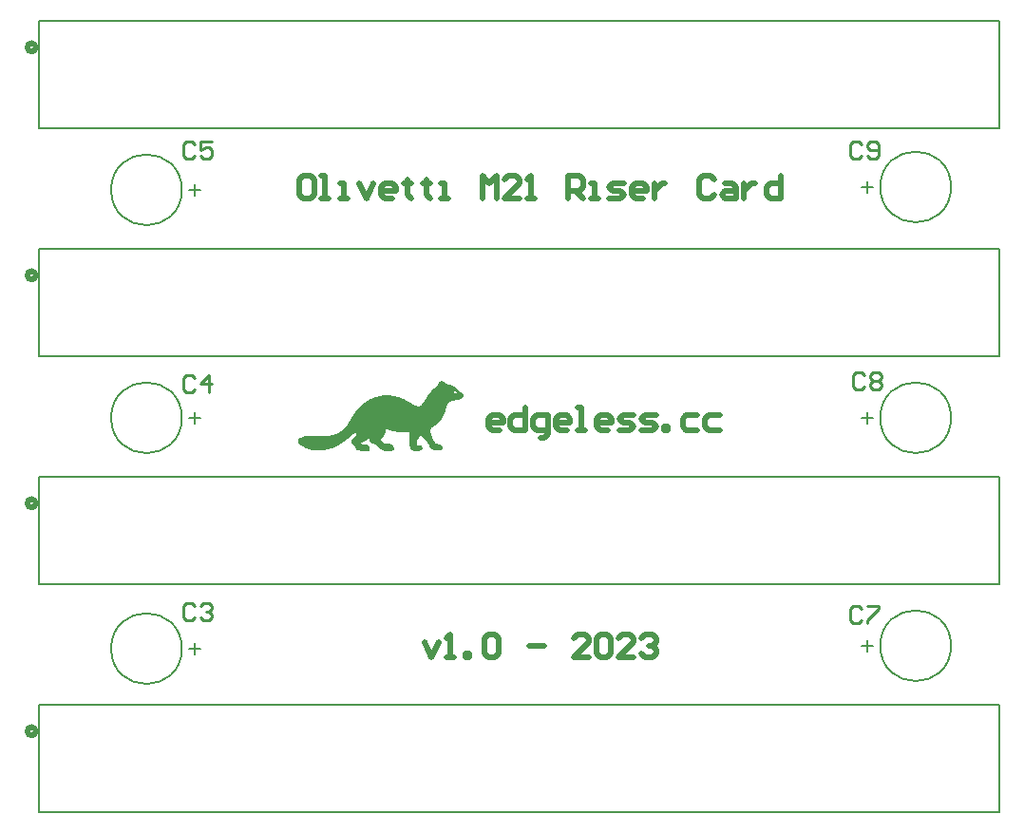
<source format=gto>
G04*
G04 #@! TF.GenerationSoftware,Altium Limited,Altium Designer,22.7.1 (60)*
G04*
G04 Layer_Color=65535*
%FSLAX25Y25*%
%MOIN*%
G70*
G04*
G04 #@! TF.SameCoordinates,DFFA79DD-968F-4C92-B8CD-37D8C3B2A3C2*
G04*
G04*
G04 #@! TF.FilePolarity,Positive*
G04*
G01*
G75*
%ADD10C,0.02000*%
%ADD11C,0.00787*%
%ADD12C,0.00600*%
%ADD13C,0.01968*%
%ADD14C,0.00591*%
%ADD15C,0.01000*%
G36*
X202003Y152748D02*
X202186D01*
Y152687D01*
X202308D01*
Y152626D01*
X202430D01*
Y152565D01*
X202552D01*
Y152504D01*
X202613D01*
Y152443D01*
X202735D01*
Y152382D01*
X202796D01*
Y152321D01*
X202857D01*
Y152260D01*
X202918D01*
Y152199D01*
X203040D01*
Y152138D01*
X203101D01*
Y152077D01*
X203162D01*
Y152016D01*
X203284D01*
Y151955D01*
X203406D01*
Y151894D01*
X203467D01*
Y151833D01*
X203589D01*
Y151772D01*
X203772D01*
Y151711D01*
X203955D01*
Y151650D01*
X204199D01*
Y151589D01*
X204565D01*
Y151528D01*
X204870D01*
Y151467D01*
X205053D01*
Y151406D01*
X205236D01*
Y151345D01*
X205358D01*
Y151284D01*
X205480D01*
Y151223D01*
X205602D01*
Y151162D01*
X205724D01*
Y151101D01*
X205845D01*
Y151040D01*
X205906D01*
Y150979D01*
X206028D01*
Y150918D01*
X206089D01*
Y150857D01*
X206150D01*
Y150796D01*
X206211D01*
Y150735D01*
X206333D01*
Y150674D01*
X206394D01*
Y150613D01*
X206455D01*
Y150552D01*
X206516D01*
Y150491D01*
X206577D01*
Y150430D01*
X206638D01*
Y150369D01*
X206699D01*
Y150308D01*
X206821D01*
Y150247D01*
X206882D01*
Y150186D01*
X206943D01*
Y150125D01*
X207004D01*
Y150064D01*
X207065D01*
Y150003D01*
X207126D01*
Y149942D01*
X207187D01*
Y149881D01*
X207248D01*
Y149820D01*
X207309D01*
Y149759D01*
X207370D01*
Y149698D01*
X207431D01*
Y149637D01*
X207492D01*
Y149576D01*
X207614D01*
Y149515D01*
X207675D01*
Y149454D01*
X207736D01*
Y149393D01*
X207797D01*
Y149332D01*
X207858D01*
Y149271D01*
X207980D01*
Y149210D01*
X208041D01*
Y149149D01*
X208102D01*
Y149088D01*
X208163D01*
Y149027D01*
X208285D01*
Y148966D01*
X208346D01*
Y148905D01*
X208407D01*
Y148844D01*
X208529D01*
Y148783D01*
X208590D01*
Y148722D01*
X208651D01*
Y148661D01*
X208773D01*
Y148600D01*
X208834D01*
Y148539D01*
X208895D01*
Y148478D01*
X208956D01*
Y148417D01*
X209017D01*
Y148356D01*
X209078D01*
Y148295D01*
X209139D01*
Y148173D01*
X209200D01*
Y148112D01*
X209261D01*
Y147625D01*
X209200D01*
Y147442D01*
X209139D01*
Y147320D01*
X209078D01*
Y147259D01*
X209017D01*
Y147198D01*
X208956D01*
Y147076D01*
X208895D01*
Y147015D01*
X208834D01*
Y146954D01*
X208773D01*
Y146893D01*
X208712D01*
Y146832D01*
X208651D01*
Y146771D01*
X208529D01*
Y146710D01*
X208468D01*
Y146649D01*
X208407D01*
Y146588D01*
X208285D01*
Y146527D01*
X208224D01*
Y146466D01*
X208102D01*
Y146405D01*
X207980D01*
Y146344D01*
X207797D01*
Y146283D01*
X207431D01*
Y146222D01*
X206699D01*
Y146161D01*
X206211D01*
Y146100D01*
X205906D01*
Y146039D01*
X205602D01*
Y145978D01*
X205480D01*
Y145917D01*
X205296D01*
Y145856D01*
X205114D01*
Y145795D01*
X204992D01*
Y145734D01*
X204870D01*
Y145673D01*
X204748D01*
Y145612D01*
X204626D01*
Y145551D01*
X204565D01*
Y145490D01*
X204443D01*
Y145429D01*
X204382D01*
Y145368D01*
X204321D01*
Y145307D01*
X204260D01*
Y145246D01*
X204138D01*
Y145185D01*
X204077D01*
Y145124D01*
X204016D01*
Y145002D01*
X203955D01*
Y144941D01*
X203894D01*
Y144880D01*
X203833D01*
Y144758D01*
X203772D01*
Y144697D01*
X203711D01*
Y144636D01*
X203650D01*
Y144514D01*
X203589D01*
Y144392D01*
X203528D01*
Y144270D01*
X203467D01*
Y144148D01*
X203406D01*
Y143965D01*
X203345D01*
Y143782D01*
X203284D01*
Y143599D01*
X203223D01*
Y143355D01*
X203162D01*
Y143112D01*
X203101D01*
Y142929D01*
X203040D01*
Y142684D01*
X202979D01*
Y142441D01*
X202918D01*
Y142197D01*
X202857D01*
Y142075D01*
X202796D01*
Y141892D01*
X202735D01*
Y141709D01*
X202674D01*
Y141587D01*
X202613D01*
Y141404D01*
X202552D01*
Y141221D01*
X202491D01*
Y141099D01*
X202430D01*
Y140977D01*
X202369D01*
Y140855D01*
X202308D01*
Y140733D01*
X202247D01*
Y140611D01*
X202186D01*
Y140489D01*
X202125D01*
Y140367D01*
X202064D01*
Y140245D01*
X202003D01*
Y140184D01*
X201942D01*
Y140062D01*
X201881D01*
Y140001D01*
X201820D01*
Y139879D01*
X201759D01*
Y139757D01*
X201698D01*
Y139696D01*
X201637D01*
Y139574D01*
X201576D01*
Y139513D01*
X201515D01*
Y139391D01*
X201454D01*
Y139330D01*
X201393D01*
Y139269D01*
X201332D01*
Y139208D01*
X201271D01*
Y139086D01*
X201210D01*
Y139025D01*
X201149D01*
Y138964D01*
X201088D01*
Y138903D01*
X201027D01*
Y138781D01*
X200966D01*
Y138720D01*
X200905D01*
Y138659D01*
X200844D01*
Y138598D01*
X200783D01*
Y138537D01*
X200722D01*
Y138476D01*
X200661D01*
Y138415D01*
X200600D01*
Y138354D01*
X200539D01*
Y138293D01*
X200478D01*
Y138232D01*
X200417D01*
Y138171D01*
X200357D01*
Y138110D01*
X200295D01*
Y138049D01*
X200235D01*
Y137988D01*
X200173D01*
Y137927D01*
X200113D01*
Y137866D01*
X200051D01*
Y137805D01*
X199929D01*
Y137744D01*
X199869D01*
Y137683D01*
X199808D01*
Y137622D01*
X199747D01*
Y137562D01*
X199625D01*
Y137501D01*
X199564D01*
Y137440D01*
X199503D01*
Y137379D01*
X199381D01*
Y137318D01*
X199320D01*
Y137257D01*
X199259D01*
Y137196D01*
X199137D01*
Y137135D01*
X199076D01*
Y137074D01*
X198954D01*
Y137013D01*
X198893D01*
Y136952D01*
X198771D01*
Y136891D01*
X198649D01*
Y136830D01*
X198588D01*
Y136769D01*
X198466D01*
Y136708D01*
X198405D01*
Y136647D01*
X198283D01*
Y136586D01*
X198222D01*
Y136525D01*
X198100D01*
Y136464D01*
X198039D01*
Y136403D01*
X197978D01*
Y136281D01*
X197917D01*
Y136220D01*
X197856D01*
Y136098D01*
X197795D01*
Y135915D01*
X197734D01*
Y135610D01*
X197673D01*
Y135305D01*
X197734D01*
Y134939D01*
X197795D01*
Y134634D01*
X197856D01*
Y134390D01*
X197917D01*
Y134207D01*
X197978D01*
Y133963D01*
X198039D01*
Y133841D01*
X198100D01*
Y133658D01*
X198161D01*
Y133475D01*
X198222D01*
Y133292D01*
X198283D01*
Y133170D01*
X198344D01*
Y132987D01*
X198405D01*
Y132865D01*
X198466D01*
Y132743D01*
X198527D01*
Y132622D01*
X198588D01*
Y132500D01*
X198649D01*
Y132378D01*
X198710D01*
Y132255D01*
X198771D01*
Y132133D01*
X198832D01*
Y132012D01*
X198893D01*
Y131951D01*
X198954D01*
Y131829D01*
X199015D01*
Y131707D01*
X199076D01*
Y131585D01*
X199137D01*
Y131524D01*
X199198D01*
Y131402D01*
X199259D01*
Y131280D01*
X199320D01*
Y131219D01*
X199381D01*
Y131097D01*
X199442D01*
Y131036D01*
X199564D01*
Y130975D01*
X199747D01*
Y130914D01*
X199869D01*
Y130853D01*
X200051D01*
Y130792D01*
X200295D01*
Y130731D01*
X200478D01*
Y130670D01*
X200661D01*
Y130609D01*
X200844D01*
Y130548D01*
X201027D01*
Y130487D01*
X201210D01*
Y130426D01*
X201332D01*
Y130365D01*
X201454D01*
Y130304D01*
X201515D01*
Y130243D01*
X201637D01*
Y130182D01*
X201698D01*
Y130121D01*
X201759D01*
Y130060D01*
X201820D01*
Y129999D01*
X201881D01*
Y129877D01*
X201942D01*
Y129633D01*
X202003D01*
Y129206D01*
X201942D01*
Y129023D01*
X201881D01*
Y128962D01*
X201820D01*
Y128840D01*
X201759D01*
Y128779D01*
X201637D01*
Y128718D01*
X201515D01*
Y128657D01*
X201332D01*
Y128596D01*
X201088D01*
Y128535D01*
X200539D01*
Y128474D01*
X199564D01*
Y128535D01*
X199198D01*
Y128596D01*
X198954D01*
Y128657D01*
X198771D01*
Y128718D01*
X198649D01*
Y128779D01*
X198527D01*
Y128840D01*
X198405D01*
Y128901D01*
X198283D01*
Y128962D01*
X198222D01*
Y129023D01*
X198161D01*
Y129084D01*
X198039D01*
Y129145D01*
X197978D01*
Y129206D01*
X197917D01*
Y129267D01*
X197856D01*
Y129328D01*
X197795D01*
Y129450D01*
X197734D01*
Y129511D01*
X197673D01*
Y129572D01*
X197612D01*
Y129694D01*
X197551D01*
Y129755D01*
X197490D01*
Y129877D01*
X197429D01*
Y129999D01*
X197368D01*
Y130121D01*
X197307D01*
Y130243D01*
X197246D01*
Y130365D01*
X197185D01*
Y130487D01*
X197124D01*
Y130609D01*
X197063D01*
Y130670D01*
X197002D01*
Y130792D01*
X196941D01*
Y130914D01*
X196880D01*
Y130975D01*
X196819D01*
Y131097D01*
X196758D01*
Y131158D01*
X196697D01*
Y131280D01*
X196636D01*
Y131341D01*
X196575D01*
Y131402D01*
X196514D01*
Y131524D01*
X196453D01*
Y131585D01*
X196392D01*
Y131646D01*
X196331D01*
Y131707D01*
X196270D01*
Y131829D01*
X196209D01*
Y131890D01*
X196148D01*
Y131951D01*
X196087D01*
Y132012D01*
X196026D01*
Y132073D01*
X195965D01*
Y132133D01*
X195904D01*
Y132255D01*
X195843D01*
Y132317D01*
X195782D01*
Y132378D01*
X195721D01*
Y132439D01*
X195660D01*
Y132500D01*
X195599D01*
Y132561D01*
X195538D01*
Y132622D01*
X195477D01*
Y132743D01*
X195416D01*
Y132804D01*
X195355D01*
Y132865D01*
X195294D01*
Y132926D01*
X195233D01*
Y132987D01*
X195173D01*
Y133048D01*
X195112D01*
Y133109D01*
X195051D01*
Y133170D01*
X194990D01*
Y133292D01*
X194929D01*
Y133353D01*
X194868D01*
Y133414D01*
X194807D01*
Y133475D01*
X194746D01*
Y133536D01*
X194685D01*
Y133597D01*
X194624D01*
Y133658D01*
X194563D01*
Y133719D01*
X194502D01*
Y133780D01*
X194319D01*
Y133841D01*
X194258D01*
Y133780D01*
X194136D01*
Y133719D01*
X194075D01*
Y133597D01*
X194014D01*
Y133536D01*
X193953D01*
Y133414D01*
X193892D01*
Y133353D01*
X193831D01*
Y133231D01*
X193770D01*
Y133170D01*
X193709D01*
Y133048D01*
X193648D01*
Y132926D01*
X193587D01*
Y132865D01*
X193526D01*
Y132743D01*
X193465D01*
Y132682D01*
X193404D01*
Y132561D01*
X193343D01*
Y132439D01*
X193282D01*
Y132317D01*
X193221D01*
Y132194D01*
X193160D01*
Y132073D01*
X193099D01*
Y131951D01*
X193038D01*
Y131768D01*
X192977D01*
Y131585D01*
X192916D01*
Y131402D01*
X192855D01*
Y130792D01*
X192916D01*
Y130670D01*
X192977D01*
Y130548D01*
X193099D01*
Y130487D01*
X193160D01*
Y130426D01*
X193282D01*
Y130365D01*
X193526D01*
Y130304D01*
X194197D01*
Y130243D01*
X194380D01*
Y130182D01*
X194502D01*
Y130121D01*
X194563D01*
Y130060D01*
X194624D01*
Y129999D01*
X194685D01*
Y129938D01*
X194746D01*
Y129877D01*
X194807D01*
Y129755D01*
X194868D01*
Y129572D01*
X194929D01*
Y128962D01*
X194868D01*
Y128840D01*
X194807D01*
Y128779D01*
X194746D01*
Y128718D01*
X194685D01*
Y128657D01*
X194563D01*
Y128596D01*
X194441D01*
Y128535D01*
X194319D01*
Y128474D01*
X194075D01*
Y128413D01*
X193831D01*
Y128352D01*
X193465D01*
Y128291D01*
X192489D01*
Y128352D01*
X192062D01*
Y128413D01*
X191818D01*
Y128474D01*
X191574D01*
Y128535D01*
X191391D01*
Y128596D01*
X191269D01*
Y128657D01*
X191208D01*
Y128718D01*
X191086D01*
Y128779D01*
X191025D01*
Y128840D01*
X190964D01*
Y128901D01*
X190903D01*
Y128962D01*
X190842D01*
Y129023D01*
X190781D01*
Y129145D01*
X190720D01*
Y129206D01*
X190659D01*
Y129389D01*
X190598D01*
Y129572D01*
X190537D01*
Y129877D01*
X190476D01*
Y134451D01*
X190415D01*
Y134634D01*
X190354D01*
Y134695D01*
X190293D01*
Y134817D01*
X190232D01*
Y134878D01*
X190110D01*
Y134939D01*
X189988D01*
Y135000D01*
X188586D01*
Y134939D01*
X187000D01*
Y135000D01*
X186268D01*
Y135061D01*
X185780D01*
Y135122D01*
X185353D01*
Y135183D01*
X185048D01*
Y135244D01*
X184743D01*
Y135305D01*
X184500D01*
Y135366D01*
X184256D01*
Y135427D01*
X184073D01*
Y135488D01*
X183829D01*
Y135549D01*
X183646D01*
Y135610D01*
X183463D01*
Y135671D01*
X183280D01*
Y135732D01*
X183097D01*
Y135793D01*
X182975D01*
Y135854D01*
X182792D01*
Y135915D01*
X182609D01*
Y135976D01*
X182182D01*
Y135915D01*
X182121D01*
Y135793D01*
X182060D01*
Y135610D01*
X181999D01*
Y135305D01*
X181938D01*
Y134939D01*
X181877D01*
Y134695D01*
X181816D01*
Y134451D01*
X181755D01*
Y134268D01*
X181694D01*
Y134085D01*
X181633D01*
Y133963D01*
X181572D01*
Y133841D01*
X181511D01*
Y133719D01*
X181450D01*
Y133597D01*
X181389D01*
Y133475D01*
X181328D01*
Y133414D01*
X181267D01*
Y133292D01*
X181206D01*
Y133231D01*
X181145D01*
Y133170D01*
X181084D01*
Y133048D01*
X181023D01*
Y132987D01*
X180962D01*
Y132926D01*
X180901D01*
Y132865D01*
X180840D01*
Y132804D01*
X180779D01*
Y132743D01*
X180657D01*
Y132682D01*
X180596D01*
Y132622D01*
X180535D01*
Y132500D01*
X180474D01*
Y132378D01*
X180413D01*
Y132133D01*
X180474D01*
Y131951D01*
X180535D01*
Y131890D01*
X180596D01*
Y131768D01*
X180657D01*
Y131707D01*
X180718D01*
Y131585D01*
X180779D01*
Y131524D01*
X180840D01*
Y131463D01*
X180901D01*
Y131402D01*
X180962D01*
Y131341D01*
X181023D01*
Y131280D01*
X181084D01*
Y131219D01*
X181206D01*
Y131158D01*
X181267D01*
Y131097D01*
X181389D01*
Y131036D01*
X181511D01*
Y130975D01*
X181755D01*
Y130914D01*
X182731D01*
Y130853D01*
X183463D01*
Y130792D01*
X183768D01*
Y130731D01*
X183951D01*
Y130670D01*
X184073D01*
Y130609D01*
X184195D01*
Y130548D01*
X184256D01*
Y130487D01*
X184317D01*
Y130426D01*
X184439D01*
Y130304D01*
X184500D01*
Y130243D01*
X184561D01*
Y130121D01*
X184622D01*
Y130060D01*
X184682D01*
Y129938D01*
X184743D01*
Y129816D01*
X184804D01*
Y129633D01*
X184865D01*
Y129511D01*
X184926D01*
Y128962D01*
X184865D01*
Y128779D01*
X184804D01*
Y128718D01*
X184743D01*
Y128596D01*
X184682D01*
Y128535D01*
X184561D01*
Y128474D01*
X184439D01*
Y128413D01*
X184195D01*
Y128352D01*
X183463D01*
Y128291D01*
X182121D01*
Y128352D01*
X181755D01*
Y128413D01*
X181511D01*
Y128474D01*
X181389D01*
Y128535D01*
X181206D01*
Y128596D01*
X181023D01*
Y128657D01*
X180901D01*
Y128718D01*
X180779D01*
Y128779D01*
X180657D01*
Y128840D01*
X180535D01*
Y128901D01*
X180413D01*
Y128962D01*
X180352D01*
Y129023D01*
X180230D01*
Y129084D01*
X180169D01*
Y129145D01*
X180047D01*
Y129206D01*
X179986D01*
Y129267D01*
X179925D01*
Y129328D01*
X179864D01*
Y129389D01*
X179742D01*
Y129450D01*
X179681D01*
Y129511D01*
X179620D01*
Y129572D01*
X179559D01*
Y129633D01*
X179437D01*
Y129694D01*
X179376D01*
Y129755D01*
X179315D01*
Y129816D01*
X179254D01*
Y129877D01*
X179193D01*
Y129938D01*
X179132D01*
Y129999D01*
X179071D01*
Y130060D01*
X179010D01*
Y130121D01*
X178949D01*
Y130182D01*
X178888D01*
Y130243D01*
X178828D01*
Y130304D01*
X178767D01*
Y130365D01*
X178645D01*
Y130426D01*
X178584D01*
Y130487D01*
X178462D01*
Y130548D01*
X178340D01*
Y130609D01*
X178279D01*
Y130670D01*
X178157D01*
Y130731D01*
X177974D01*
Y130792D01*
X177791D01*
Y130853D01*
X177608D01*
Y130914D01*
X177425D01*
Y130975D01*
X177303D01*
Y131036D01*
X177181D01*
Y131097D01*
X177059D01*
Y131158D01*
X176998D01*
Y131219D01*
X176937D01*
Y131280D01*
X176876D01*
Y131341D01*
X176815D01*
Y131402D01*
X176754D01*
Y131463D01*
X176693D01*
Y131524D01*
X176632D01*
Y131646D01*
X176571D01*
Y131768D01*
X176510D01*
Y132012D01*
X176449D01*
Y132682D01*
X176510D01*
Y132926D01*
X176388D01*
Y132865D01*
X176327D01*
Y132804D01*
X176266D01*
Y132743D01*
X176144D01*
Y132682D01*
X176083D01*
Y132622D01*
X176022D01*
Y132561D01*
X175900D01*
Y132500D01*
X175839D01*
Y132439D01*
X175778D01*
Y132378D01*
X175656D01*
Y132317D01*
X175595D01*
Y132255D01*
X175473D01*
Y132194D01*
X175412D01*
Y132133D01*
X175290D01*
Y132073D01*
X175229D01*
Y132012D01*
X175107D01*
Y131951D01*
X175046D01*
Y131890D01*
X174924D01*
Y131829D01*
X174802D01*
Y131768D01*
X174680D01*
Y131707D01*
X174558D01*
Y131646D01*
X174436D01*
Y131585D01*
X174253D01*
Y131524D01*
X174131D01*
Y131463D01*
X173949D01*
Y131402D01*
X173766D01*
Y131341D01*
X173582D01*
Y131280D01*
X173522D01*
Y131219D01*
X173461D01*
Y131097D01*
X173400D01*
Y130975D01*
X173461D01*
Y130792D01*
X173522D01*
Y130731D01*
X173582D01*
Y130670D01*
X173705D01*
Y130609D01*
X174010D01*
Y130548D01*
X175412D01*
Y130487D01*
X175595D01*
Y130426D01*
X175778D01*
Y130365D01*
X175900D01*
Y130304D01*
X175961D01*
Y130243D01*
X176022D01*
Y130182D01*
X176083D01*
Y130121D01*
X176144D01*
Y130060D01*
X176205D01*
Y129999D01*
X176266D01*
Y129877D01*
X176327D01*
Y129816D01*
X176388D01*
Y129694D01*
X176449D01*
Y129511D01*
X176510D01*
Y128779D01*
X176449D01*
Y128657D01*
X176388D01*
Y128535D01*
X176266D01*
Y128474D01*
X176205D01*
Y128413D01*
X176022D01*
Y128352D01*
X175717D01*
Y128291D01*
X174558D01*
Y128352D01*
X173766D01*
Y128413D01*
X173156D01*
Y128474D01*
X172729D01*
Y128535D01*
X172241D01*
Y128596D01*
X172058D01*
Y128657D01*
X171936D01*
Y128718D01*
X171875D01*
Y128779D01*
X171753D01*
Y128840D01*
X171692D01*
Y128962D01*
X171631D01*
Y129023D01*
X171570D01*
Y129145D01*
X171509D01*
Y129206D01*
X171448D01*
Y129328D01*
X171387D01*
Y129450D01*
X171326D01*
Y129572D01*
X171265D01*
Y129694D01*
X171204D01*
Y129816D01*
X171143D01*
Y129877D01*
X171082D01*
Y129999D01*
X171021D01*
Y130121D01*
X170960D01*
Y130182D01*
X170899D01*
Y130243D01*
X170838D01*
Y130365D01*
X170777D01*
Y130426D01*
X170716D01*
Y130487D01*
X170655D01*
Y130548D01*
X170594D01*
Y130670D01*
X170533D01*
Y130731D01*
X170472D01*
Y130792D01*
X170411D01*
Y130853D01*
X170350D01*
Y130914D01*
X170289D01*
Y130975D01*
X170228D01*
Y131036D01*
X170167D01*
Y131097D01*
X170106D01*
Y131219D01*
X170045D01*
Y131341D01*
X169984D01*
Y131524D01*
X169923D01*
Y131890D01*
X169984D01*
Y132012D01*
X170045D01*
Y132133D01*
X170106D01*
Y132255D01*
X170167D01*
Y132317D01*
X170228D01*
Y132378D01*
X170289D01*
Y132439D01*
X170350D01*
Y132500D01*
X170411D01*
Y132561D01*
X170472D01*
Y132622D01*
X170594D01*
Y132682D01*
X170655D01*
Y132743D01*
X170716D01*
Y132804D01*
X170777D01*
Y132865D01*
X170838D01*
Y132926D01*
X170899D01*
Y132987D01*
X170960D01*
Y133048D01*
X171021D01*
Y133109D01*
X171082D01*
Y133170D01*
X171143D01*
Y133231D01*
X171204D01*
Y133292D01*
X171265D01*
Y133353D01*
X171326D01*
Y133414D01*
X171387D01*
Y133536D01*
X171448D01*
Y133658D01*
X171509D01*
Y133780D01*
X171570D01*
Y133841D01*
X171631D01*
Y134024D01*
X171692D01*
Y134146D01*
X171753D01*
Y134512D01*
X171692D01*
Y134634D01*
X171570D01*
Y134695D01*
X171204D01*
Y134634D01*
X171082D01*
Y134573D01*
X171021D01*
Y134512D01*
X170960D01*
Y134451D01*
X170838D01*
Y134390D01*
X170777D01*
Y134329D01*
X170716D01*
Y134268D01*
X170655D01*
Y134207D01*
X170594D01*
Y134146D01*
X170472D01*
Y134085D01*
X170411D01*
Y134024D01*
X170350D01*
Y133963D01*
X170289D01*
Y133902D01*
X170167D01*
Y133841D01*
X170106D01*
Y133780D01*
X170045D01*
Y133719D01*
X169984D01*
Y133658D01*
X169923D01*
Y133597D01*
X169801D01*
Y133536D01*
X169740D01*
Y133475D01*
X169679D01*
Y133414D01*
X169618D01*
Y133353D01*
X169557D01*
Y133292D01*
X169435D01*
Y133231D01*
X169374D01*
Y133170D01*
X169313D01*
Y133109D01*
X169252D01*
Y133048D01*
X169191D01*
Y132987D01*
X169069D01*
Y132926D01*
X169008D01*
Y132865D01*
X168947D01*
Y132804D01*
X168886D01*
Y132743D01*
X168825D01*
Y132682D01*
X168703D01*
Y132622D01*
X168642D01*
Y132561D01*
X168581D01*
Y132500D01*
X168459D01*
Y132439D01*
X168398D01*
Y132378D01*
X168338D01*
Y132317D01*
X168277D01*
Y132255D01*
X168155D01*
Y132194D01*
X168094D01*
Y132133D01*
X168033D01*
Y132073D01*
X167911D01*
Y132012D01*
X167850D01*
Y131951D01*
X167789D01*
Y131890D01*
X167667D01*
Y131829D01*
X167606D01*
Y131768D01*
X167545D01*
Y131707D01*
X167423D01*
Y131646D01*
X167362D01*
Y131585D01*
X167240D01*
Y131524D01*
X167179D01*
Y131463D01*
X167118D01*
Y131402D01*
X166996D01*
Y131341D01*
X166935D01*
Y131280D01*
X166874D01*
Y131219D01*
X166752D01*
Y131158D01*
X166630D01*
Y131097D01*
X166569D01*
Y131036D01*
X166447D01*
Y130975D01*
X166386D01*
Y130914D01*
X166264D01*
Y130853D01*
X166203D01*
Y130792D01*
X166081D01*
Y130731D01*
X166020D01*
Y130670D01*
X165898D01*
Y130609D01*
X165776D01*
Y130548D01*
X165715D01*
Y130487D01*
X165593D01*
Y130426D01*
X165471D01*
Y130365D01*
X165349D01*
Y130304D01*
X165227D01*
Y130243D01*
X165105D01*
Y130182D01*
X165044D01*
Y130121D01*
X164922D01*
Y130060D01*
X164800D01*
Y129999D01*
X164678D01*
Y129938D01*
X164556D01*
Y129877D01*
X164434D01*
Y129816D01*
X164312D01*
Y129755D01*
X164129D01*
Y129694D01*
X164007D01*
Y129633D01*
X163885D01*
Y129572D01*
X163702D01*
Y129511D01*
X163580D01*
Y129450D01*
X163398D01*
Y129389D01*
X163215D01*
Y129328D01*
X163031D01*
Y129267D01*
X162849D01*
Y129206D01*
X162666D01*
Y129145D01*
X162483D01*
Y129084D01*
X162239D01*
Y129023D01*
X161995D01*
Y128962D01*
X161690D01*
Y128901D01*
X161385D01*
Y128840D01*
X160958D01*
Y128779D01*
X160531D01*
Y128718D01*
X160104D01*
Y128657D01*
X159372D01*
Y128596D01*
X157055D01*
Y128657D01*
X156506D01*
Y128718D01*
X156140D01*
Y128779D01*
X155835D01*
Y128840D01*
X155530D01*
Y128901D01*
X155347D01*
Y128962D01*
X155103D01*
Y129023D01*
X154920D01*
Y129084D01*
X154737D01*
Y129145D01*
X154554D01*
Y129206D01*
X154371D01*
Y129267D01*
X154249D01*
Y129328D01*
X154066D01*
Y129389D01*
X153944D01*
Y129450D01*
X153761D01*
Y129511D01*
X153639D01*
Y129572D01*
X153517D01*
Y129633D01*
X153395D01*
Y129694D01*
X153273D01*
Y129755D01*
X153212D01*
Y129816D01*
X153090D01*
Y129877D01*
X152969D01*
Y129938D01*
X152908D01*
Y129999D01*
X152786D01*
Y130060D01*
X152664D01*
Y130121D01*
X152603D01*
Y130182D01*
X152480D01*
Y130243D01*
X152420D01*
Y130304D01*
X152359D01*
Y130365D01*
X152237D01*
Y130426D01*
X152176D01*
Y130487D01*
X152054D01*
Y130548D01*
X151993D01*
Y130609D01*
X151932D01*
Y130670D01*
X151810D01*
Y130731D01*
X151749D01*
Y130792D01*
X151688D01*
Y130853D01*
X151627D01*
Y130914D01*
X151566D01*
Y130975D01*
X151505D01*
Y131097D01*
X151444D01*
Y131158D01*
X151383D01*
Y131280D01*
X151322D01*
Y131402D01*
X151261D01*
Y132012D01*
X151322D01*
Y132194D01*
X151383D01*
Y132317D01*
X151444D01*
Y132439D01*
X151505D01*
Y132500D01*
X151566D01*
Y132561D01*
X151627D01*
Y132622D01*
X151688D01*
Y132682D01*
X151749D01*
Y132743D01*
X151810D01*
Y132804D01*
X151932D01*
Y132865D01*
X152054D01*
Y132926D01*
X152115D01*
Y132987D01*
X152237D01*
Y133048D01*
X152420D01*
Y133109D01*
X152541D01*
Y133170D01*
X152664D01*
Y133231D01*
X152847D01*
Y133292D01*
X153029D01*
Y133353D01*
X153212D01*
Y133414D01*
X153456D01*
Y133475D01*
X153761D01*
Y133536D01*
X154127D01*
Y133597D01*
X154798D01*
Y133658D01*
X157726D01*
Y133597D01*
X161019D01*
Y133658D01*
X161751D01*
Y133719D01*
X162239D01*
Y133780D01*
X162666D01*
Y133841D01*
X162971D01*
Y133902D01*
X163215D01*
Y133963D01*
X163520D01*
Y134024D01*
X163763D01*
Y134085D01*
X163946D01*
Y134146D01*
X164129D01*
Y134207D01*
X164312D01*
Y134268D01*
X164495D01*
Y134329D01*
X164678D01*
Y134390D01*
X164800D01*
Y134451D01*
X164922D01*
Y134512D01*
X165105D01*
Y134573D01*
X165227D01*
Y134634D01*
X165349D01*
Y134695D01*
X165471D01*
Y134756D01*
X165593D01*
Y134817D01*
X165715D01*
Y134878D01*
X165776D01*
Y134939D01*
X165898D01*
Y135000D01*
X166020D01*
Y135061D01*
X166142D01*
Y135122D01*
X166203D01*
Y135183D01*
X166325D01*
Y135244D01*
X166386D01*
Y135305D01*
X166447D01*
Y135366D01*
X166569D01*
Y135427D01*
X166630D01*
Y135488D01*
X166691D01*
Y135549D01*
X166813D01*
Y135610D01*
X166874D01*
Y135671D01*
X166935D01*
Y135732D01*
X166996D01*
Y135793D01*
X167057D01*
Y135854D01*
X167118D01*
Y135915D01*
X167240D01*
Y135976D01*
X167301D01*
Y136037D01*
X167362D01*
Y136098D01*
X167423D01*
Y136159D01*
X167484D01*
Y136220D01*
X167545D01*
Y136281D01*
X167606D01*
Y136342D01*
X167667D01*
Y136403D01*
X167728D01*
Y136525D01*
X167789D01*
Y136586D01*
X167850D01*
Y136647D01*
X167911D01*
Y136708D01*
X167972D01*
Y136769D01*
X168033D01*
Y136830D01*
X168094D01*
Y136891D01*
X168155D01*
Y137013D01*
X168216D01*
Y137074D01*
X168277D01*
Y137196D01*
X168338D01*
Y137257D01*
X168398D01*
Y137318D01*
X168459D01*
Y137440D01*
X168520D01*
Y137501D01*
X168581D01*
Y137622D01*
X168642D01*
Y137683D01*
X168703D01*
Y137805D01*
X168764D01*
Y137866D01*
X168825D01*
Y137988D01*
X168886D01*
Y138110D01*
X168947D01*
Y138171D01*
X169008D01*
Y138293D01*
X169069D01*
Y138354D01*
X169130D01*
Y138476D01*
X169191D01*
Y138598D01*
X169252D01*
Y138659D01*
X169313D01*
Y138781D01*
X169374D01*
Y138903D01*
X169435D01*
Y138964D01*
X169496D01*
Y139086D01*
X169557D01*
Y139147D01*
X169618D01*
Y139269D01*
X169679D01*
Y139391D01*
X169740D01*
Y139452D01*
X169801D01*
Y139574D01*
X169862D01*
Y139635D01*
X169923D01*
Y139757D01*
X169984D01*
Y139879D01*
X170045D01*
Y139940D01*
X170106D01*
Y140062D01*
X170167D01*
Y140123D01*
X170228D01*
Y140245D01*
X170289D01*
Y140367D01*
X170350D01*
Y140428D01*
X170411D01*
Y140550D01*
X170472D01*
Y140611D01*
X170533D01*
Y140733D01*
X170594D01*
Y140794D01*
X170655D01*
Y140916D01*
X170716D01*
Y140977D01*
X170777D01*
Y141099D01*
X170838D01*
Y141160D01*
X170899D01*
Y141282D01*
X170960D01*
Y141343D01*
X171021D01*
Y141465D01*
X171082D01*
Y141526D01*
X171143D01*
Y141648D01*
X171204D01*
Y141709D01*
X171265D01*
Y141770D01*
X171326D01*
Y141892D01*
X171387D01*
Y141953D01*
X171448D01*
Y142014D01*
X171509D01*
Y142136D01*
X171570D01*
Y142197D01*
X171631D01*
Y142258D01*
X171692D01*
Y142380D01*
X171753D01*
Y142441D01*
X171814D01*
Y142502D01*
X171875D01*
Y142563D01*
X171936D01*
Y142684D01*
X171997D01*
Y142745D01*
X172058D01*
Y142806D01*
X172119D01*
Y142868D01*
X172180D01*
Y142929D01*
X172241D01*
Y143051D01*
X172302D01*
Y143112D01*
X172363D01*
Y143173D01*
X172424D01*
Y143233D01*
X172485D01*
Y143294D01*
X172546D01*
Y143355D01*
X172607D01*
Y143416D01*
X172668D01*
Y143477D01*
X172729D01*
Y143538D01*
X172790D01*
Y143660D01*
X172851D01*
Y143721D01*
X172912D01*
Y143782D01*
X172973D01*
Y143843D01*
X173034D01*
Y143904D01*
X173095D01*
Y143965D01*
X173156D01*
Y144026D01*
X173217D01*
Y144087D01*
X173278D01*
Y144148D01*
X173400D01*
Y144209D01*
X173461D01*
Y144270D01*
X173522D01*
Y144331D01*
X173582D01*
Y144392D01*
X173644D01*
Y144453D01*
X173705D01*
Y144514D01*
X173766D01*
Y144575D01*
X173827D01*
Y144636D01*
X173888D01*
Y144697D01*
X174010D01*
Y144758D01*
X174071D01*
Y144819D01*
X174131D01*
Y144880D01*
X174192D01*
Y144941D01*
X174253D01*
Y145002D01*
X174375D01*
Y145063D01*
X174436D01*
Y145124D01*
X174497D01*
Y145185D01*
X174619D01*
Y145246D01*
X174680D01*
Y145307D01*
X174741D01*
Y145368D01*
X174863D01*
Y145429D01*
X174924D01*
Y145490D01*
X174985D01*
Y145551D01*
X175107D01*
Y145612D01*
X175168D01*
Y145673D01*
X175290D01*
Y145734D01*
X175351D01*
Y145795D01*
X175473D01*
Y145856D01*
X175534D01*
Y145917D01*
X175656D01*
Y145978D01*
X175778D01*
Y146039D01*
X175839D01*
Y146100D01*
X175961D01*
Y146161D01*
X176083D01*
Y146222D01*
X176205D01*
Y146283D01*
X176266D01*
Y146344D01*
X176388D01*
Y146405D01*
X176510D01*
Y146466D01*
X176632D01*
Y146527D01*
X176754D01*
Y146588D01*
X176876D01*
Y146649D01*
X176998D01*
Y146710D01*
X177120D01*
Y146771D01*
X177242D01*
Y146832D01*
X177425D01*
Y146893D01*
X177547D01*
Y146954D01*
X177730D01*
Y147015D01*
X177852D01*
Y147076D01*
X178035D01*
Y147137D01*
X178218D01*
Y147198D01*
X178401D01*
Y147259D01*
X178584D01*
Y147320D01*
X178767D01*
Y147381D01*
X178949D01*
Y147442D01*
X179193D01*
Y147503D01*
X179437D01*
Y147564D01*
X179681D01*
Y147625D01*
X179986D01*
Y147686D01*
X180291D01*
Y147747D01*
X180718D01*
Y147808D01*
X181206D01*
Y147869D01*
X183585D01*
Y147808D01*
X184134D01*
Y147747D01*
X184500D01*
Y147686D01*
X184865D01*
Y147625D01*
X185170D01*
Y147564D01*
X185475D01*
Y147503D01*
X185719D01*
Y147442D01*
X185963D01*
Y147381D01*
X186146D01*
Y147320D01*
X186390D01*
Y147259D01*
X186573D01*
Y147198D01*
X186756D01*
Y147137D01*
X186939D01*
Y147076D01*
X187122D01*
Y147015D01*
X187244D01*
Y146954D01*
X187427D01*
Y146893D01*
X187610D01*
Y146832D01*
X187732D01*
Y146771D01*
X187854D01*
Y146710D01*
X188037D01*
Y146649D01*
X188159D01*
Y146588D01*
X188281D01*
Y146527D01*
X188464D01*
Y146466D01*
X188586D01*
Y146405D01*
X188708D01*
Y146344D01*
X188830D01*
Y146283D01*
X188952D01*
Y146222D01*
X189074D01*
Y146161D01*
X189135D01*
Y146100D01*
X189257D01*
Y146039D01*
X189378D01*
Y145978D01*
X189500D01*
Y145917D01*
X189622D01*
Y145856D01*
X189744D01*
Y145795D01*
X189805D01*
Y145734D01*
X189927D01*
Y145673D01*
X190049D01*
Y145612D01*
X190110D01*
Y145551D01*
X190232D01*
Y145490D01*
X190293D01*
Y145429D01*
X190415D01*
Y145368D01*
X190537D01*
Y145307D01*
X190598D01*
Y145246D01*
X190720D01*
Y145185D01*
X190781D01*
Y145124D01*
X190903D01*
Y145063D01*
X191025D01*
Y145002D01*
X191086D01*
Y144941D01*
X191208D01*
Y144880D01*
X191330D01*
Y144819D01*
X191391D01*
Y144758D01*
X191513D01*
Y144697D01*
X191635D01*
Y144636D01*
X191757D01*
Y144575D01*
X191879D01*
Y144514D01*
X192001D01*
Y144453D01*
X192123D01*
Y144392D01*
X192245D01*
Y144331D01*
X192367D01*
Y144270D01*
X192550D01*
Y144209D01*
X192672D01*
Y144148D01*
X192855D01*
Y144087D01*
X193038D01*
Y144026D01*
X193343D01*
Y143965D01*
X193709D01*
Y144026D01*
X193953D01*
Y144087D01*
X194075D01*
Y144148D01*
X194197D01*
Y144209D01*
X194258D01*
Y144270D01*
X194380D01*
Y144331D01*
X194441D01*
Y144392D01*
X194502D01*
Y144453D01*
X194563D01*
Y144514D01*
X194624D01*
Y144575D01*
X194685D01*
Y144636D01*
X194746D01*
Y144697D01*
X194807D01*
Y144819D01*
X194868D01*
Y144880D01*
X194929D01*
Y144941D01*
X194990D01*
Y145002D01*
X195051D01*
Y145063D01*
X195112D01*
Y145185D01*
X195173D01*
Y145246D01*
X195233D01*
Y145307D01*
X195294D01*
Y145429D01*
X195355D01*
Y145490D01*
X195416D01*
Y145612D01*
X195477D01*
Y145673D01*
X195538D01*
Y145795D01*
X195599D01*
Y145856D01*
X195660D01*
Y145978D01*
X195721D01*
Y146039D01*
X195782D01*
Y146161D01*
X195843D01*
Y146283D01*
X195904D01*
Y146344D01*
X195965D01*
Y146466D01*
X196026D01*
Y146527D01*
X196087D01*
Y146649D01*
X196148D01*
Y146771D01*
X196209D01*
Y146832D01*
X196270D01*
Y146954D01*
X196331D01*
Y147076D01*
X196392D01*
Y147137D01*
X196453D01*
Y147259D01*
X196514D01*
Y147320D01*
X196575D01*
Y147442D01*
X196636D01*
Y147503D01*
X196697D01*
Y147625D01*
X196758D01*
Y147686D01*
X196819D01*
Y147808D01*
X196880D01*
Y147869D01*
X196941D01*
Y147991D01*
X197002D01*
Y148052D01*
X197063D01*
Y148173D01*
X197124D01*
Y148234D01*
X197185D01*
Y148295D01*
X197246D01*
Y148417D01*
X197307D01*
Y148478D01*
X197368D01*
Y148600D01*
X197429D01*
Y148661D01*
X197490D01*
Y148722D01*
X197551D01*
Y148783D01*
X197612D01*
Y148905D01*
X197673D01*
Y148966D01*
X197734D01*
Y149027D01*
X197795D01*
Y149088D01*
X197856D01*
Y149149D01*
X197917D01*
Y149210D01*
X197978D01*
Y149332D01*
X198039D01*
Y149393D01*
X198100D01*
Y149454D01*
X198161D01*
Y149515D01*
X198222D01*
Y149576D01*
X198283D01*
Y149637D01*
X198344D01*
Y149698D01*
X198405D01*
Y149759D01*
X198466D01*
Y149820D01*
X198527D01*
Y149881D01*
X198649D01*
Y149942D01*
X198710D01*
Y150003D01*
X198771D01*
Y150064D01*
X198832D01*
Y150125D01*
X198893D01*
Y150186D01*
X199015D01*
Y150247D01*
X199076D01*
Y150308D01*
X199137D01*
Y150369D01*
X199198D01*
Y150430D01*
X199320D01*
Y150491D01*
X199442D01*
Y150552D01*
X199503D01*
Y150613D01*
X199625D01*
Y150674D01*
X199686D01*
Y150735D01*
X199808D01*
Y150796D01*
X199869D01*
Y150857D01*
X199990D01*
Y150918D01*
X200051D01*
Y151040D01*
X200113D01*
Y151101D01*
X200173D01*
Y151284D01*
X200235D01*
Y151406D01*
X200295D01*
Y151589D01*
X200357D01*
Y151772D01*
X200417D01*
Y151894D01*
X200478D01*
Y152016D01*
X200539D01*
Y152138D01*
X200600D01*
Y152199D01*
X200661D01*
Y152321D01*
X200722D01*
Y152382D01*
X200783D01*
Y152443D01*
X200844D01*
Y152504D01*
X200905D01*
Y152565D01*
X201027D01*
Y152626D01*
X201088D01*
Y152687D01*
X201210D01*
Y152748D01*
X201393D01*
Y152809D01*
X202003D01*
Y152748D01*
D02*
G37*
%LPC*%
G36*
X206577Y149271D02*
X206150D01*
Y149210D01*
X206028D01*
Y149149D01*
X205967D01*
Y149027D01*
X205906D01*
Y148905D01*
Y148844D01*
X205967D01*
Y148722D01*
X206028D01*
Y148661D01*
X206089D01*
Y148600D01*
X206150D01*
Y148539D01*
X206272D01*
Y148478D01*
X206577D01*
Y148539D01*
X206760D01*
Y148600D01*
X206821D01*
Y148722D01*
X206882D01*
Y149027D01*
X206821D01*
Y149088D01*
X206760D01*
Y149149D01*
X206699D01*
Y149210D01*
X206577D01*
Y149271D01*
D02*
G37*
%LPD*%
D10*
X59240Y270000D02*
G03*
X59240Y270000I-1500J0D01*
G01*
Y190000D02*
G03*
X59240Y190000I-1500J0D01*
G01*
Y110000D02*
G03*
X59240Y110000I-1500J0D01*
G01*
Y30000D02*
G03*
X59240Y30000I-1500J0D01*
G01*
D11*
X380402Y221000D02*
G03*
X380402Y221000I-12402J0D01*
G01*
Y140000D02*
G03*
X380402Y140000I-12402J0D01*
G01*
Y60000D02*
G03*
X380402Y60000I-12402J0D01*
G01*
X110480Y220000D02*
G03*
X110480Y220000I-12402J0D01*
G01*
Y140000D02*
G03*
X110480Y140000I-12402J0D01*
G01*
Y59000D02*
G03*
X110480Y59000I-12402J0D01*
G01*
D12*
X60240Y241550D02*
Y279350D01*
X397240D01*
Y241550D02*
Y279350D01*
X60240Y241550D02*
X397240D01*
X60240Y161550D02*
Y199350D01*
X397240D01*
Y161550D02*
Y199350D01*
X60240Y161550D02*
X397240D01*
X60240Y81550D02*
Y119350D01*
X397240D01*
Y81550D02*
Y119350D01*
X60240Y81550D02*
X397240D01*
X60240Y1550D02*
Y39350D01*
X397240D01*
Y1550D02*
Y39350D01*
X60240Y1550D02*
X397240D01*
D13*
X195551Y61216D02*
X198175Y55968D01*
X200799Y61216D01*
X203423Y55968D02*
X206047D01*
X204735D01*
Y63840D01*
X203423Y62528D01*
X209982Y55968D02*
Y57280D01*
X211294D01*
Y55968D01*
X209982D01*
X216542Y62528D02*
X217854Y63840D01*
X220478D01*
X221789Y62528D01*
Y57280D01*
X220478Y55968D01*
X217854D01*
X216542Y57280D01*
Y62528D01*
X232285Y59904D02*
X237532D01*
X253275Y55968D02*
X248028D01*
X253275Y61216D01*
Y62528D01*
X251963Y63840D01*
X249340D01*
X248028Y62528D01*
X255899D02*
X257211Y63840D01*
X259835D01*
X261147Y62528D01*
Y57280D01*
X259835Y55968D01*
X257211D01*
X255899Y57280D01*
Y62528D01*
X269018Y55968D02*
X263771D01*
X269018Y61216D01*
Y62528D01*
X267706Y63840D01*
X265083D01*
X263771Y62528D01*
X271642D02*
X272954Y63840D01*
X275578D01*
X276890Y62528D01*
Y61216D01*
X275578Y59904D01*
X274266D01*
X275578D01*
X276890Y58592D01*
Y57280D01*
X275578Y55968D01*
X272954D01*
X271642Y57280D01*
X221904Y135592D02*
X219280D01*
X217969Y136904D01*
Y139528D01*
X219280Y140840D01*
X221904D01*
X223216Y139528D01*
Y138216D01*
X217969D01*
X231088Y143464D02*
Y135592D01*
X227152D01*
X225840Y136904D01*
Y139528D01*
X227152Y140840D01*
X231088D01*
X236335Y132968D02*
X237647D01*
X238959Y134280D01*
Y140840D01*
X235023D01*
X233712Y139528D01*
Y136904D01*
X235023Y135592D01*
X238959D01*
X245519D02*
X242895D01*
X241583Y136904D01*
Y139528D01*
X242895Y140840D01*
X245519D01*
X246831Y139528D01*
Y138216D01*
X241583D01*
X249454Y135592D02*
X252078D01*
X250766D01*
Y143464D01*
X249454D01*
X259950Y135592D02*
X257326D01*
X256014Y136904D01*
Y139528D01*
X257326Y140840D01*
X259950D01*
X261262Y139528D01*
Y138216D01*
X256014D01*
X263885Y135592D02*
X267821D01*
X269133Y136904D01*
X267821Y138216D01*
X265197D01*
X263885Y139528D01*
X265197Y140840D01*
X269133D01*
X271757Y135592D02*
X275693D01*
X277005Y136904D01*
X275693Y138216D01*
X273069D01*
X271757Y139528D01*
X273069Y140840D01*
X277005D01*
X279628Y135592D02*
Y136904D01*
X280940D01*
Y135592D01*
X279628D01*
X291436Y140840D02*
X287500D01*
X286188Y139528D01*
Y136904D01*
X287500Y135592D01*
X291436D01*
X299307Y140840D02*
X295371D01*
X294059Y139528D01*
Y136904D01*
X295371Y135592D01*
X299307D01*
X155538Y224840D02*
X152914D01*
X151602Y223528D01*
Y218280D01*
X152914Y216968D01*
X155538D01*
X156850Y218280D01*
Y223528D01*
X155538Y224840D01*
X159474Y216968D02*
X162097D01*
X160785D01*
Y224840D01*
X159474D01*
X166033Y216968D02*
X168657D01*
X167345D01*
Y222216D01*
X166033D01*
X172593D02*
X175216Y216968D01*
X177840Y222216D01*
X184400Y216968D02*
X181776D01*
X180464Y218280D01*
Y220904D01*
X181776Y222216D01*
X184400D01*
X185712Y220904D01*
Y219592D01*
X180464D01*
X189648Y223528D02*
Y222216D01*
X188336D01*
X190960D01*
X189648D01*
Y218280D01*
X190960Y216968D01*
X196207Y223528D02*
Y222216D01*
X194895D01*
X197519D01*
X196207D01*
Y218280D01*
X197519Y216968D01*
X201455D02*
X204079D01*
X202767D01*
Y222216D01*
X201455D01*
X215886Y216968D02*
Y224840D01*
X218510Y222216D01*
X221133Y224840D01*
Y216968D01*
X229005D02*
X223757D01*
X229005Y222216D01*
Y223528D01*
X227693Y224840D01*
X225069D01*
X223757Y223528D01*
X231629Y216968D02*
X234253D01*
X232941D01*
Y224840D01*
X231629Y223528D01*
X246060Y216968D02*
Y224840D01*
X249996D01*
X251308Y223528D01*
Y220904D01*
X249996Y219592D01*
X246060D01*
X248684D02*
X251308Y216968D01*
X253931D02*
X256555D01*
X255243D01*
Y222216D01*
X253931D01*
X260491Y216968D02*
X264427D01*
X265739Y218280D01*
X264427Y219592D01*
X261803D01*
X260491Y220904D01*
X261803Y222216D01*
X265739D01*
X272298Y216968D02*
X269674D01*
X268362Y218280D01*
Y220904D01*
X269674Y222216D01*
X272298D01*
X273610Y220904D01*
Y219592D01*
X268362D01*
X276234Y222216D02*
Y216968D01*
Y219592D01*
X277546Y220904D01*
X278858Y222216D01*
X280170D01*
X297224Y223528D02*
X295913Y224840D01*
X293289D01*
X291977Y223528D01*
Y218280D01*
X293289Y216968D01*
X295913D01*
X297224Y218280D01*
X301160Y222216D02*
X303784D01*
X305096Y220904D01*
Y216968D01*
X301160D01*
X299848Y218280D01*
X301160Y219592D01*
X305096D01*
X307720Y222216D02*
Y216968D01*
Y219592D01*
X309032Y220904D01*
X310344Y222216D01*
X311655D01*
X320839Y224840D02*
Y216968D01*
X316903D01*
X315591Y218280D01*
Y220904D01*
X316903Y222216D01*
X320839D01*
D14*
X353000Y221048D02*
X349064D01*
X351032Y219080D02*
Y223016D01*
X353000Y140048D02*
X349064D01*
X351032Y138080D02*
Y142016D01*
X353000Y60048D02*
X349064D01*
X351032Y58080D02*
Y62016D01*
X113079Y219952D02*
X117015D01*
X115047Y221920D02*
Y217984D01*
X113079Y139952D02*
X117015D01*
X115047Y141920D02*
Y137984D01*
X113079Y58952D02*
X117015D01*
X115047Y60920D02*
Y56984D01*
D15*
X115000Y73999D02*
X114001Y74999D01*
X112001D01*
X111002Y73999D01*
Y70001D01*
X112001Y69001D01*
X114001D01*
X115000Y70001D01*
X117000Y73999D02*
X117999Y74999D01*
X119999D01*
X120998Y73999D01*
Y73000D01*
X119999Y72000D01*
X118999D01*
X119999D01*
X120998Y71000D01*
Y70001D01*
X119999Y69001D01*
X117999D01*
X117000Y70001D01*
X115000Y153999D02*
X114001Y154999D01*
X112001D01*
X111002Y153999D01*
Y150001D01*
X112001Y149001D01*
X114001D01*
X115000Y150001D01*
X119999Y149001D02*
Y154999D01*
X117000Y152000D01*
X120998D01*
X115000Y235999D02*
X114001Y236999D01*
X112001D01*
X111002Y235999D01*
Y232001D01*
X112001Y231001D01*
X114001D01*
X115000Y232001D01*
X120998Y236999D02*
X117000D01*
Y234000D01*
X118999Y235000D01*
X119999D01*
X120998Y234000D01*
Y232001D01*
X119999Y231001D01*
X117999D01*
X117000Y232001D01*
X349000Y72999D02*
X348001Y73999D01*
X346001D01*
X345002Y72999D01*
Y69001D01*
X346001Y68001D01*
X348001D01*
X349000Y69001D01*
X351000Y73999D02*
X354998D01*
Y72999D01*
X351000Y69001D01*
Y68001D01*
X350000Y154999D02*
X349001Y155999D01*
X347001D01*
X346002Y154999D01*
Y151001D01*
X347001Y150001D01*
X349001D01*
X350000Y151001D01*
X352000Y154999D02*
X352999Y155999D01*
X354999D01*
X355998Y154999D01*
Y154000D01*
X354999Y153000D01*
X355998Y152000D01*
Y151001D01*
X354999Y150001D01*
X352999D01*
X352000Y151001D01*
Y152000D01*
X352999Y153000D01*
X352000Y154000D01*
Y154999D01*
X352999Y153000D02*
X354999D01*
X349079Y235999D02*
X348079Y236999D01*
X346080D01*
X345080Y235999D01*
Y232001D01*
X346080Y231001D01*
X348079D01*
X349079Y232001D01*
X351078D02*
X352078Y231001D01*
X354077D01*
X355077Y232001D01*
Y235999D01*
X354077Y236999D01*
X352078D01*
X351078Y235999D01*
Y235000D01*
X352078Y234000D01*
X355077D01*
M02*

</source>
